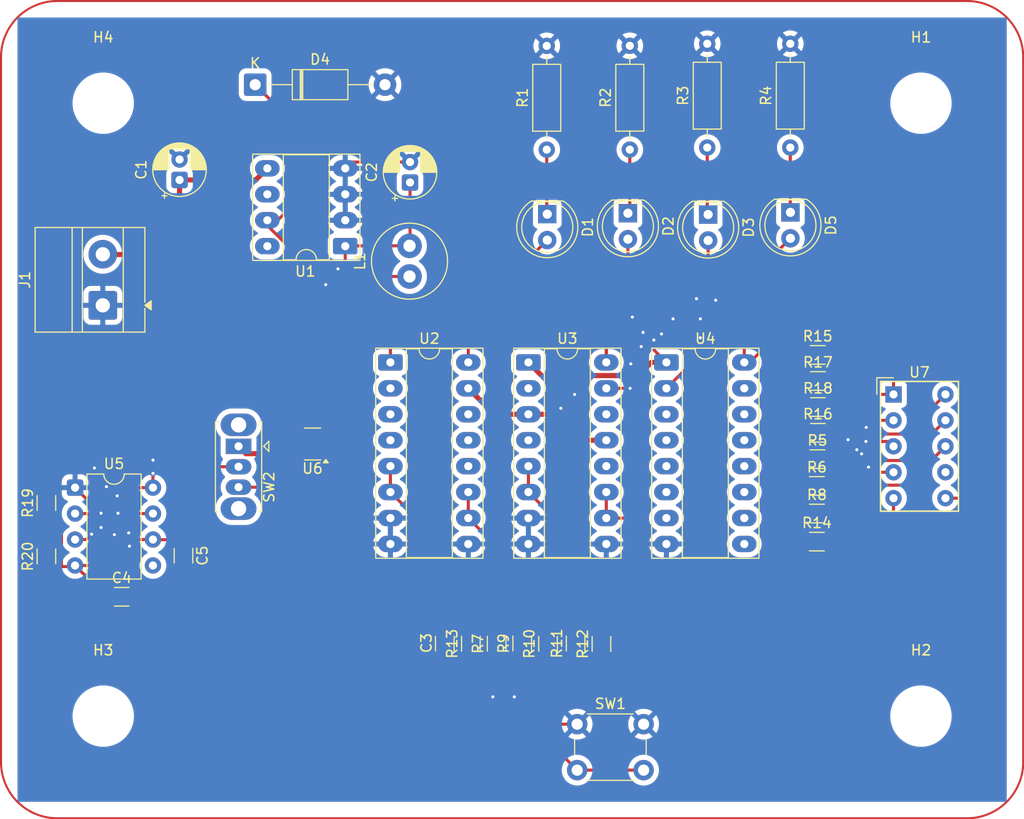
<source format=kicad_pcb>
(kicad_pcb (version 20241229) (generator "pcbnew") (generator_version "9.0")
  (layers (0 "F.Cu" signal) (2 "B.Cu" signal) (13 "F.Paste" user) (15 "B.Paste" user) (5 "F.SilkS" user "F.Silkscreen") (7 "B.SilkS" user "B.Silkscreen") (1 "F.Mask" user) (3 "B.Mask" user) (25 "Edge.Cuts" user))
  (net 0 "")
  (net 1 "Q1")
  (net 2 "Q2")
  (net 3 "Net-(U4-BI)")
  (net 4 "Q3")
  (net 5 "Q0")
  (net 6 "GND")
  (net 7 "Net-(U4-e)")
  (net 8 "Net-(U4-d)")
  (net 9 "Net-(U4-c)")
  (net 10 "Net-(U4-b)")
  (net 11 "Net-(U4-a)")
  (net 12 "Net-(U4-g)")
  (net 13 "Net-(U4-f)")
  (net 14 "+5V")
  (net 15 "Net-(U5-THR)")
  (net 16 "Net-(U7-F)")
  (net 17 "VD")
  (net 19 "Net-(D4-K)")
  (net 21 "Net-(D3-K)")
  (net 22 "Net-(D2-K)")
  (net 23 "Net-(U7-B)")
  (net 24 "Net-(D5-K)")
  (net 25 "Net-(U2A-J)")
  (net 26 "Net-(U7-D)")
  (net 27 "555")
  (net 29 "Net-(U5-DIS)")
  (net 30 "Net-(D1-K)")
  (net 31 "Net-(SW2-C)")
  (net 32 "Net-(U7-G)")
  (net 33 "Net-(U7-A)")
  (net 34 "Net-(R13-Pad1)")
  (net 35 "Net-(U7-E)")
  (net 37 "Net-(U7-C)")
  (net 38 "Net-(U3A-J)")
  (net 39 "Net-(U2B-J)")
  (net 40 "Clock")
  (net 42 "Reset")
  (net 43 "Net-(U3B-J)")
  (footprint "LED_THT:LED_D5.0mm" (layer "F.Cu") (at 169.289087 75.51 -90)
    (property "Reference" "D3")
    (property "Value" "~")
  )
  (footprint "Resistor_SMD:R_1206_3216Metric_Pad1.30x1.75mm_HandSolder" (layer "F.Cu") (at 151.1 117.5 90)
    (property "Reference" "R9")
    (property "Value" "10k")
  )
  (footprint "Package_DIP:DIP-16_W7.62mm_Socket_LongPads" (layer "F.Cu") (at 165.205 89.985)
    (property "Reference" "U4")
    (property "Value" "74LS47")
  )
  (footprint "Capacitor_THT:CP_Radial_D5.0mm_P2.00mm" (layer "F.Cu") (at 140.125 72.375 90)
    (property "Reference" "C2")
    (property "Value" "220u")
  )
  (footprint "Capacitor_SMD:C_1206_3216Metric_Pad1.33x1.80mm_HandSolder" (layer "F.Cu") (at 111.9225 112.93)
    (property "Reference" "C4")
    (property "Value" "100n")
  )
  (footprint "Resistor_SMD:R_1206_3216Metric_Pad1.30x1.75mm_HandSolder" (layer "F.Cu") (at 146.075 117.525 90)
    (property "Reference" "R13")
    (property "Value" "2k")
  )
  (footprint "Resistor_THT:R_Axial_DIN0207_L6.3mm_D2.5mm_P10.16mm_Horizontal" (layer "F.Cu") (at 177.325 68.955 90)
    (property "Reference" "R4")
    (property "Value" "4k7")
  )
  (footprint "Resistor_SMD:R_1206_3216Metric_Pad1.30x1.75mm_HandSolder" (layer "F.Cu") (at 179.929087 104.779087)
    (property "Reference" "R8")
    (property "Value" "2k")
  )
  (footprint "LED_THT:LED_D5.0mm" (layer "F.Cu") (at 177.339087 75.3 -90)
    (property "Reference" "D5")
    (property "Value" "~")
  )
  (footprint "Resistor_THT:R_Axial_DIN0207_L6.3mm_D2.5mm_P10.16mm_Horizontal" (layer "F.Cu") (at 169.2 68.955 90)
    (property "Reference" "R3")
    (property "Value" "4k7")
  )
  (footprint "Resistor_SMD:R_1206_3216Metric_Pad1.30x1.75mm_HandSolder" (layer "F.Cu") (at 179.929087 107.529087)
    (property "Reference" "R14")
    (property "Value" "2k")
  )
  (footprint "Resistor_SMD:R_1206_3216Metric_Pad1.30x1.75mm_HandSolder" (layer "F.Cu") (at 180.029087 94.354087)
    (property "Reference" "R18")
    (property "Value" "2k")
  )
  (footprint "Resistor_SMD:R_1206_3216Metric_Pad1.30x1.75mm_HandSolder" (layer "F.Cu") (at 153.625 117.525 90)
    (property "Reference" "R10")
    (property "Value" "10k")
  )
  (footprint "Resistor_SMD:R_1206_3216Metric_Pad1.30x1.75mm_HandSolder" (layer "F.Cu") (at 180.029087 96.879087)
    (property "Reference" "R16")
    (property "Value" "2k")
  )
  (footprint "Package_DIP:DIP-16_W7.62mm_Socket_LongPads" (layer "F.Cu") (at 138.205 89.985)
    (property "Reference" "U2")
    (property "Value" "4027")
  )
  (footprint "Resistor_SMD:R_1206_3216Metric_Pad1.30x1.75mm_HandSolder" (layer "F.Cu") (at 104.55 108.975 90)
    (property "Reference" "R20")
    (property "Value" "47k")
  )
  (footprint "Button_Switch_THT:SW_Slide_SPDT_Straight_CK_OS102011MS2Q" (layer "F.Cu") (at 123.35 98.2 -90)
    (property "Reference" "SW2")
    (property "Value" "~")
  )
  (footprint "LED_THT:LED_D5.0mm" (layer "F.Cu") (at 153.55 75.475 -90)
    (property "Reference" "D1")
    (property "Value" "~")
  )
  (footprint "Capacitor_THT:CP_Radial_D5.0mm_P2.00mm" (layer "F.Cu") (at 117.575 72.125 90)
    (property "Reference" "C1")
    (property "Value" "22u")
  )
  (footprint "Inductor_THT:L_Radial_D7.2mm_P3.00mm_Murata_1700" (layer "F.Cu") (at 140.075 81.575 90)
    (property "Reference" "L1")
    (property "Value" "330u")
  )
  (footprint "Capacitor_SMD:C_1206_3216Metric_Pad1.33x1.80mm_HandSolder" (layer "F.Cu") (at 117.96 108.905 -90)
    (property "Reference" "C5")
    (property "Value" "10u")
  )
  (footprint "Resistor_SMD:R_1206_3216Metric_Pad1.30x1.75mm_HandSolder" (layer "F.Cu") (at 104.55 103.75 90)
    (property "Reference" "R19")
    (property "Value" "47k")
  )
  (footprint "MountingHole:MountingHole_5.5mm" (layer "F.Cu") (at 190.110913 64.610913)
    (property "Reference" "H1")
    (property "Value" "MountingHole")
  )
  (footprint "Package_DIP:DIP-16_W7.62mm_Socket_LongPads" (layer "F.Cu") (at 151.705 89.985)
    (property "Reference" "U3")
    (property "Value" "4027")
  )
  (footprint "Package_DIP:DIP-8_W7.62mm" (layer "F.Cu") (at 107.355 102.245)
    (property "Reference" "U5")
    (property "Value" "NE555P")
  )
  (footprint "Package_DIP:DIP-8_W7.62mm_Socket_LongPads" (layer "F.Cu") (at 133.785 78.61 180)
    (property "Reference" "U1")
    (property "Value" "LM2574N-5")
  )
  (footprint "Button_Switch_THT:SW_PUSH_6mm_H4.3mm" (layer "F.Cu") (at 156.475 125.4)
    (property "Reference" "SW1")
    (property "Value" "~")
  )
  (footprint "Diode_THT:D_DO-41_SOD81_P12.70mm_Horizontal" (layer "F.Cu") (at 124.975 62.8)
    (property "Reference" "D4")
    (property "Value" "11DQO6")
  )
  (footprint "Resistor_SMD:R_1206_3216Metric_Pad1.30x1.75mm_HandSolder" (layer "F.Cu") (at 148.6 117.525 90)
    (property "Reference" "R7")
    (property "Value" "2k")
  )
  (footprint "Resistor_SMD:R_1206_3216Metric_Pad1.30x1.75mm_HandSolder" (layer "F.Cu") (at 156.325 117.5 90)
    (property "Reference" "R11")
    (property "Value" "10k")
  )
  (footprint "Resistor_THT:R_Axial_DIN0207_L6.3mm_D2.5mm_P10.16mm_Horizontal" (layer "F.Cu") (at 161.625 69.155 90)
    (property "Reference" "R2")
    (property "Value" "4k7")
  )
  (footprint "MountingHole:MountingHole_5.5mm" (layer "F.Cu") (at 110.110913 64.610913)
    (property "Reference" "H4")
    (property "Value" "MountingHole")
  )
  (footprint "Display_7Segment:HDSP-7401" (layer "F.Cu") (at 187.424087 93.119087)
    (property "Reference" "U7")
    (property "Value" "SA39-12EWA")
  )
  (footprint "Capacitor_SMD:C_1206_3216Metric_Pad1.33x1.80mm_HandSolder" (layer "F.Cu") (at 143.525 117.525 90)
    (property "Reference" "C3")
    (property "Value" "1u")
  )
  (footprint "Package_TO_SOT_SMD:SOT-23-6" (layer "F.Cu") (at 130.585 97.975 180)
    (property "Reference" "U6")
    (property "Value" "SN74LVC1G11")
  )
  (footprint "MountingHole:MountingHole_5.5mm" (layer "F.Cu") (at 110.110913 124.610913)
    (property "Reference" "H3")
    (property "Value" "MountingHole")
  )
  (footprint "Resistor_THT:R_Axial_DIN0207_L6.3mm_D2.5mm_P10.16mm_Horizontal" (layer "F.Cu") (at 153.5 69.16 90)
    (property "Reference" "R1")
    (property "Value" "4k7")
  )
  (footprint "Resistor_SMD:R_1206_3216Metric_Pad1.30x1.75mm_HandSolder" (layer "F.Cu") (at 158.85 117.55 90)
    (property "Reference" "R12")
    (property "Value" "10k")
  )
  (footprint "TerminalBlock_MetzConnect:TerminalBlock_MetzConnect_Type011_RT05502HBLC_1x02_P5.00mm_Horizontal" (layer "F.Cu") (at 110.0675 84.4 90)
    (property "Reference" "J1")
    (property "Value" "~")
  )
  (footprint "MountingHole:MountingHole_5.5mm" (layer "F.Cu") (at 190.110913 124.610913)
    (property "Reference" "H2")
    (property "Value" "MountingHole")
  )
  (footprint "Resistor_SMD:R_1206_3216Metric_Pad1.30x1.75mm_HandSolder" (layer "F.Cu") (at 179.929087 102.079087)
    (property "Reference" "R6")
    (property "Value" "2k")
  )
  (footprint "LED_THT:LED_D5.0mm" (layer "F.Cu") (at 161.439087 75.385 -90)
    (property "Reference" "D2")
    (property "Value" "~")
  )
  (footprint "Resistor_SMD:R_1206_3216Metric_Pad1.30x1.75mm_HandSolder" (layer "F.Cu") (at 180.029087 91.804087)
    (property "Reference" "R17")
    (property "Value" "2k")
  )
  (footprint "Resistor_SMD:R_1206_3216Metric_Pad1.30x1.75mm_HandSolder" (layer "F.Cu") (at 180.004087 89.254087)
    (property "Reference" "R15")
    (property "Value" "R")
  )
  (footprint "Resistor_SMD:R_1206_3216Metric_Pad1.30x1.75mm_HandSolder" (layer "F.Cu") (at 179.979087 99.454087)
    (property "Reference" "R5")
    (property "Value" "2k")
  )
  (gr_line (start 200.110913 60.110913) (end 200.110913 129.110913) (stroke (width 0.2)) (layer "F.Cu"))
  (gr_line (start 100.110913 129.110913) (end 100.110913 60.110913) (stroke (width 0.2)) (layer "F.Cu"))
  (gr_arc (start 200.110913 129.110913) (mid 198.5 133) (end 194.610913 134.610913) (stroke (width 0.2)) (layer "F.Cu"))
  (gr_line (start 105.610913 54.610913) (end 194.610913 54.610913) (stroke (width 0.2)) (layer "F.Cu"))
  (gr_arc (start 100.110913 60.110913) (mid 101.721826 56.221826) (end 105.610913 54.610913) (stroke (width 0.2)) (layer "F.Cu"))
  (gr_arc (start 194.610913 54.610913) (mid 198.5 56.221826) (end 200.110913 60.110913) (stroke (width 0.2)) (layer "F.Cu"))
  (gr_line (start 194.610913 134.610913) (end 105.610913 134.610913) (stroke (width 0.2)) (layer "F.Cu"))
  (gr_arc (start 105.610913 134.610913) (mid 101.721826 133) (end 100.110913 129.110913) (stroke (width 0.2)) (layer "F.Cu"))
  (segment (start 161.439087 85.114087) (end 161.875 85.55) (width 0.3) (layer "F.Cu") (net 1))
  (segment (start 156.225 92.675) (end 157.625 91.275) (width 0.5) (layer "F.Cu") (net 1))
  (segment (start 162.925 87.705) (end 165.205 89.985) (width 0.3) (layer "F.Cu") (net 1))
  (segment (start 151.705 95.065) (end 154.285 95.065) (width 0.5) (layer "F.Cu") (net 1))
  (segment (start 162.925 87.05) (end 162.925 87.705) (width 0.3) (layer "F.Cu") (net 1))
  (segment (start 156.225 93.125) (end 156.225 92.675) (width 0.5) (layer "F.Cu") (net 1))
  (segment (start 162.25 91.275) (end 162.35 91.375) (width 0.5) (layer "F.Cu") (net 1))
  (segment (start 162.35 91.375) (end 163.74 89.985) (width 0.5) (layer "F.Cu") (net 1))
  (segment (start 149.85 95.05) (end 149.865 95.065) (width 0.5) (layer "F.Cu") (net 1))
  (segment (start 149.865 95.065) (end 151.705 95.065) (width 0.5) (layer "F.Cu") (net 1))
  (segment (start 161.439087 77.925) (end 161.439087 85.114087) (width 0.3) (layer "F.Cu") (net 1))
  (segment (start 163.74 89.985) (end 165.205 89.985) (width 0.5) (layer "F.Cu") (net 1))
  (segment (start 154.285 95.065) (end 154.875 94.475) (width 0.5) (layer "F.Cu") (net 1))
  (segment (start 145.825 92.525) (end 148.35 95.05) (width 0.5) (layer "F.Cu") (net 1))
  (segment (start 148.35 95.05) (end 149.85 95.05) (width 0.5) (layer "F.Cu") (net 1))
  (segment (start 157.625 91.275) (end 162.25 91.275) (width 0.5) (layer "F.Cu") (net 1))
  (via (at 161.875 85.55) (size 0.6) (drill 0.3) (layers "F.Cu" "B.Cu") (net 1))
  (via (at 156.225 93.125) (size 0.6) (drill 0.3) (layers "F.Cu" "B.Cu") (net 1))
  (via (at 162.925 87.05) (size 0.6) (drill 0.3) (layers "F.Cu" "B.Cu") (net 1))
  (via (at 154.875 94.475) (size 0.6) (drill 0.3) (layers "F.Cu" "B.Cu") (net 1))
  (segment (start 154.875 94.475) (end 156.225 93.125) (width 0.5) (layer "B.Cu") (net 1))
  (segment (start 161.875 85.55) (end 161.875 86) (width 0.3) (layer "B.Cu") (net 1))
  (segment (start 161.875 86) (end 162.925 87.05) (width 0.3) (layer "B.Cu") (net 1))
  (segment (start 156.55 97.65) (end 156.85 97.65) (width 0.5) (layer "F.Cu") (net 2))
  (segment (start 168.525 87.575) (end 168.525 89.205) (width 0.3) (layer "F.Cu") (net 2))
  (segment (start 169.289087 78.05) (end 169.289087 84.960913) (width 0.3) (layer "F.Cu") (net 2))
  (segment (start 156.895 97.605) (end 159.325 97.605) (width 0.5) (layer "F.Cu") (net 2))
  (segment (start 168.525 89.205) (end 165.205 92.525) (width 0.3) (layer "F.Cu") (net 2))
  (segment (start 151.705 89.985) (end 156.55 94.83) (width 0.5) (layer "F.Cu") (net 2))
  (segment (start 156.85 97.65) (end 156.895 97.605) (width 0.5) (layer "F.Cu") (net 2))
  (segment (start 156.55 94.83) (end 156.55 97.65) (width 0.5) (layer "F.Cu") (net 2))
  (segment (start 169.289087 84.960913) (end 168.525 85.725) (width 0.3) (layer "F.Cu") (net 2))
  (via (at 168.525 87.575) (size 0.6) (drill 0.3) (layers "F.Cu" "B.Cu") (net 2))
  (via (at 168.525 85.725) (size 0.6) (drill 0.3) (layers "F.Cu" "B.Cu") (net 2))
  (segment (start 168.525 85.725) (end 168.525 87.575) (width 0.3) (layer "B.Cu") (net 2))
  (segment (start 162.73788 89.11212) (end 161.725 90.125) (width 0.3) (layer "F.Cu") (net 4))
  (segment (start 164.575 87.2) (end 163.975 87.8) (width 0.3) (layer "F.Cu") (net 4))
  (segment (start 167.825 83.75) (end 165.85 85.725) (width 0.3) (layer "F.Cu") (net 4))
  (segment (start 162.73788 88.43712) (end 162.73788 89.11212) (width 0.3) (layer "F.Cu") (net 4))
  (segment (start 168.15 83.75) (end 167.825 83.75) (width 0.3) (layer "F.Cu") (net 4))
  (segment (start 161.65 92.525) (end 159.325 92.525) (width 0.3) (layer "F.Cu") (net 4))
  (segment (start 171.279087 83.9) (end 170.025 83.9) (width 0.3) (layer "F.Cu") (net 4))
  (segment (start 164.725 87.2) (end 164.575 87.2) (width 0.3) (layer "F.Cu") (net 4))
  (segment (start 177.339087 77.84) (end 171.279087 83.9) (width 0.3) (layer "F.Cu") (net 4))
  (via (at 165.85 85.725) (size 0.6) (drill 0.3) (layers "F.Cu" "B.Cu") (net 4))
  (via (at 168.15 83.75) (size 0.6) (drill 0.3) (layers "F.Cu" "B.Cu") (net 4))
  (via (at 161.725 90.125) (size 0.6) (drill 0.3) (layers "F.Cu" "B.Cu") (net 4))
  (via (at 161.65 92.525) (size 0.6) (drill 0.3) (layers "F.Cu" "B.Cu") (net 4))
  (via (at 162.73788 88.43712) (size 0.6) (drill 0.3) (layers "F.Cu" "B.Cu") (net 4))
  (via (at 170.025 83.9) (size 0.6) (drill 0.3) (layers "F.Cu" "B.Cu") (net 4))
  (via (at 163.975 87.8) (size 0.6) (drill 0.3) (layers "F.Cu" "B.Cu") (net 4))
  (via (at 164.725 87.2) (size 0.6) (drill 0.3) (layers "F.Cu" "B.Cu") (net 4))
  (segment (start 161.725 90.125) (end 161.725 92.45) (width 0.3) (layer "B.Cu") (net 4))
  (segment (start 165.85 85.725) (end 165.85 86.075) (width 0.3) (layer "B.Cu") (net 4))
  (segment (start 168.3 83.9) (end 168.15 83.75) (width 0.3) (layer "B.Cu") (net 4))
  (segment (start 163.975 87.8) (end 163.375 87.8) (width 0.3) (layer "B.Cu") (net 4))
  (segment (start 161.725 92.45) (end 161.65 92.525) (width 0.3) (layer "B.Cu") (net 4))
  (segment (start 163.375 87.8) (end 162.73788 88.43712) (width 0.3) (layer "B.Cu") (net 4))
  (segment (start 165.85 86.075) (end 164.725 87.2) (width 0.3) (layer "B.Cu") (net 4))
  (segment (start 170.025 83.9) (end 168.3 83.9) (width 0.3) (layer "B.Cu") (net 4))
  (segment (start 145.415 86.15) (end 140.025 86.15) (width 0.3) (layer "F.Cu") (net 5))
  (segment (start 140.025 86.15) (end 138.205 87.97) (width 0.3) (layer "F.Cu") (net 5))
  (segment (start 153.55 78.015) (end 145.415 86.15) (width 0.3) (layer "F.Cu") (net 5))
  (segment (start 138.205 87.97) (end 138.205 89.985) (width 0.3) (layer "F.Cu") (net 5))
  (segment (start 116.63 112.93) (end 113.485 112.93) (width 0.3) (layer "F.Cu") (net 6))
  (segment (start 117.96 111.84) (end 116.75 113.05) (width 0.3) (layer "F.Cu") (net 6))
  (segment (start 156.475 125.4) (end 154.5 125.4) (width 0.3) (layer "F.Cu") (net 6))
  (segment (start 134.4 70.375) (end 133.785 70.99) (width 0.3) (layer "F.Cu") (net 6))
  (segment (start 117.96 110.4675) (end 117.96 111.84) (width 0.3) (layer "F.Cu") (net 6))
  (segment (start 116.75 113.05) (end 116.63 112.93) (width 0.3) (layer "F.Cu") (net 6))
  (segment (start 147.1625 122.725) (end 143.525 119.0875) (width 0.3) (layer "F.Cu") (net 6))
  (segment (start 140.125 70.375) (end 134.4 70.375) (width 0.3) (layer "F.Cu") (net 6))
  (segment (start 151.825 122.725) (end 150.325 122.725) (width 0.3) (layer "F.Cu") (net 6))
  (segment (start 107.355 102.245) (end 109.86 104.75) (width 0.3) (layer "F.Cu") (net 6))
  (segment (start 148.225 122.725) (end 147.1625 122.725) (width 0.3) (layer "F.Cu") (net 6))
  (segment (start 133.785 73.53) (end 133.785 70.99) (width 0.3) (layer "F.Cu") (net 6))
  (segment (start 112.675 107.975) (end 113.485 108.785) (width 0.3) (layer "F.Cu") (net 6))
  (segment (start 111.55 104.75) (end 111.55 105.625) (width 0.3) (layer "F.Cu") (net 6))
  (segment (start 113.485 108.785) (end 113.485 112.93) (width 0.3) (layer "F.Cu") (net 6))
  (segment (start 133.785 76.07) (end 133.785 73.53) (width 0.3) (layer "F.Cu") (net 6))
  (segment (start 111.55 105.625) (end 112.6 106.675) (width 0.3) (layer "F.Cu") (net 6))
  (segment (start 153.505 58.995) (end 153.5 59) (width 0.3) (layer "F.Cu") (net 6))
  (segment (start 109.86 104.75) (end 109.9 104.75) (width 0.3) (layer "F.Cu") (net 6))
  (segment (start 161.825 58.795) (end 161.625 58.995) (width 0.3) (layer "F.Cu") (net 6))
  (segment (start 154.5 125.4) (end 151.825 122.725) (width 0.3) (layer "F.Cu") (net 6))
  (via (at 111.55 104.75) (size 0.6) (drill 0.3) (layers "F.Cu" "B.Cu") (net 6))
  (via (at 112.675 107.975) (size 0.6) (drill 0.3) (layers "F.Cu" "B.Cu") (net 6))
  (via (at 148.225 122.725) (size 0.6) (drill 0.3) (layers "F.Cu" "B.Cu") (net 6))
  (via (at 109.9 104.75) (size 0.6) (drill 0.3) (layers "F.Cu" "B.Cu") (net 6))
  (via (at 112.6 106.675) (size 0.6) (drill 0.3) (layers "F.Cu" "B.Cu") (net 6))
  (via (at 150.325 122.725) (size 0.6) (drill 0.3) (layers "F.Cu" "B.Cu") (net 6))
  (segment (start 150.325 122.725) (end 148.225 122.725) (width 0.3) (layer "B.Cu") (net 6))
  (segment (start 112.6 106.675) (end 112.6 107.9) (width 0.3) (layer "B.Cu") (net 6))
  (segment (start 112.6 107.9) (end 112.675 107.975) (width 0.3) (layer "B.Cu") (net 6))
  (segment (start 109.9 104.75) (end 111.55 104.75) (width 0.3) (layer "B.Cu") (net 6))
  (segment (start 177.8 85.55) (end 180.05 85.55) (width 0.3) (layer "F.Cu") (net 14))
  (segment (start 171.075 86.375) (end 172.825 88.125) (width 0.3) (layer "F.Cu") (net 14))
  (segment (start 128.785001 97.975) (end 129.4475 97.975) (width 0.3) (layer "F.Cu") (net 14))
  (segment (start 140.125 78.525) (end 140.075 78.575) (width 0.3) (layer "F.Cu") (net 14))
  (segment (start 181.554087 87.054087) (end 181.554087 89.254087) (width 0.3) (layer "F.Cu") (net 14))
  (segment (start 196.8 89.875) (end 195.225 88.3) (width 0.3) (layer "F.Cu") (net 14))
  (segment (start 102.72 112.93) (end 110.36 112.93) (width 0.3) (layer "F.Cu") (net 14))
  (segment (start 110.575 109.35) (end 110.55 109.325) (width 0.3) (layer "F.Cu") (net 14))
  (segment (start 107.245 109.975) (end 107.355 109.865) (width 0.3) (layer "F.Cu") (net 14))
  (segment (start 126.375 87.875) (end 126.375 93.725) (width 0.3) (layer "F.Cu") (net 14))
  (segment (start 195.225 88.3) (end 188.95 88.3) (width 0.3) (layer "F.Cu") (net 14))
  (segment (start 180.05 85.55) (end 181.554087 87.054087) (width 0.3) (layer "F.Cu") (net 14))
  (segment (start 110.36 112.93) (end 110.36 112.87) (width 0.3) (layer "F.Cu") (net 14))
  (segment (start 161.575 86.375) (end 171.075 86.375) (width 0.3) (layer "F.Cu") (net 14))
  (segment (start 187.424087 89.375913) (end 187.424087 93.119087) (width 0.3) (layer "F.Cu") (net 14))
  (segment (start 196.8 101.775) (end 196.8 89.875) (width 0.3) (layer "F.Cu") (net 14))
  (segment (start 126.375 95.564999) (end 128.785001 97.975) (width 0.3) (layer "F.Cu") (net 14))
  (segment (start 106.025 106.775) (end 106.025 109.975) (width 0.3) (layer "F.Cu") (net 14))
  (segment (start 159.325 88.25) (end 159.325 89.985) (width 0.3) (layer "F.Cu") (net 14))
  (segment (start 102.625 107.225) (end 102.625 113.025) (width 0.3) (layer "F.Cu") (net 14))
  (segment (start 188.95 88.3) (end 188.725 88.075) (width 0.3) (layer "F.Cu") (net 14))
  (segment (start 111.28 102.245) (end 114.975 102.245) (width 0.3) (layer "F.Cu") (net 14))
  (segment (start 140.125 72.375) (end 140.125 78.525) (width 0.3) (layer "F.Cu") (net 14))
  (segment (start 104.55 105.3) (end 102.625 107.225) (width 0.3) (layer "F.Cu") (net 14))
  (segment (start 133.785 80.115) (end 133.075 80.825) (width 0.3) (layer "F.Cu") (net 14))
  (segment (start 120.8 93.725) (end 126.375 93.725) (width 0.3) (layer "F.Cu") (net 14))
  (segment (start 185.419087 93.119087) (end 181.554087 89.254087) (width 0.3) (layer "F.Cu") (net 14))
  (segment (start 145.825 89.985) (end 145.825 88.5) (width 0.3) (layer "F.Cu") (net 14))
  (segment (start 102.625 113.025) (end 102.72 112.93) (width 0.3) (layer "F.Cu") (net 14))
  (segment (start 131.875 82.375) (end 126.375 87.875) (width 0.3) (layer "F.Cu") (net 14))
  (segment (start 145.825 88.5) (end 148.1 86.225) (width 0.3) (layer "F.Cu") (net 14))
  (segment (start 104.55 105.3) (end 106.025 106.775) (width 0.3) (layer "F.Cu") (net 14))
  (segment (start 133.82 78.575) (end 133.785 78.61) (width 0.3) (layer "F.Cu") (net 14))
  (segment (start 195.295913 103.279087) (end 196.8 101.775) (width 0.3) (layer "F.Cu") (net 14))
  (segment (start 110.55 102.975) (end 111.28 102.245) (width 0.3) (layer "F.Cu") (net 14))
  (segment (start 148.1 86.225) (end 157.3 86.225) (width 0.3) (layer "F.Cu") (net 14))
  (segment (start 133.785 78.61) (end 133.785 80.115) (width 0.3) (layer "F.Cu") (net 14))
  (segment (start 173.365 89.985) (end 177.8 85.55) (width 0.3) (layer "F.Cu") (net 14))
  (segment (start 110.55 109.325) (end 110.55 102.975) (width 0.3) (layer "F.Cu") (net 14))
  (segment (start 140.075 78.575) (end 133.82 78.575) (width 0.3) (layer "F.Cu") (net 14))
  (segment (start 107.355 109.865) (end 110.06 109.865) (width 0.3) (layer "F.Cu") (net 14))
  (segment (start 172.825 88.125) (end 172.825 89.985) (width 0.3) (layer "F.Cu") (net 14))
  (segment (start 159.325 89.985) (end 159.325 88.625) (width 0.3) (layer "F.Cu") (net 14))
  (segment (start 126.375 93.725) (end 126.375 95.564999) (width 0.3) (layer "F.Cu") (net 14))
  (segment (start 188.725 88.075) (end 187.424087 89.375913) (width 0.3) (layer "F.Cu") (net 14))
  (segment (start 159.325 88.625) (end 161.575 86.375) (width 0.3) (layer "F.Cu") (net 14))
  (segment (start 187.424087 93.119087) (end 185.419087 93.119087) (width 0.3) (layer "F.Cu") (net 14))
  (segment (start 106.025 109.975) (end 107.245 109.975) (width 0.3) (layer "F.Cu") (net 14))
  (segment (start 110.36 112.87) (end 107.355 109.865) (width 0.3) (layer "F.Cu") (net 14))
  (segment (start 192.504087 103.279087) (end 195.295913 103.279087) (width 0.3) (layer "F.Cu") (net 14))
  (segment (start 114.975 99.55) (end 120.8 93.725) (width 0.3) (layer "F.Cu") (net 14))
  (segment (start 114.975 102.245) (end 114.975 100.85) (width 0.3) (layer "F.Cu") (net 14))
  (segment (start 110.06 109.865) (end 110.575 109.35) (width 0.3) (layer "F.Cu") (net 14))
  (segment (start 157.3 86.225) (end 159.325 88.25) (width 0.3) (layer "F.Cu") (net 14))
  (segment (start 172.825 89.985) (end 173.365 89.985) (width 0.3) (layer "F.Cu") (net 14))
  (via (at 114.975 99.55) (size 0.6) (drill 0.3) (layers "F.Cu" "B.Cu") (net 14))
  (via (at 114.975 100.85) (size 0.6) (drill 0.3) (layers "F.Cu" "B.Cu") (net 14))
  (via (at 131.875 82.375) (size 0.6) (drill 0.3) (layers "F.Cu" "B.Cu") (net 14))
  (via (at 133.075 80.825) (size 0.6) (drill 0.3) (layers "F.Cu" "B.Cu") (net 14))
  (segment (start 133.075 81.175) (end 131.875 82.375) (width 0.3) (layer "B.Cu") (net 14))
  (segment (start 114.975 100.85) (end 114.975 99.55) (width 0.3) (layer "B.Cu") (net 14))
  (segment (start 133.075 80.825) (end 133.075 81.175) (width 0.3) (layer "B.Cu") (net 14))
  (segment (start 109.9 106.15) (end 108.535 104.785) (width 0.3) (layer "F.Cu") (net 15))
  (segment (start 114.975 107.325) (end 111.675 107.325) (width 0.3) (layer "F.Cu") (net 15))
  (segment (start 111.675 107.325) (end 111.2 106.85) (width 0.3) (layer "F.Cu") (net 15))
  (segment (start 114.9925 107.3425) (end 114.975 107.325) (width 0.3) (layer "F.Cu") (net 15))
  (segment (start 108.535 104.785) (end 107.355 104.785) (width 0.3) (layer "F.Cu") (net 15))
  (segment (start 117.96 107.3425) (end 114.9925 107.3425) (width 0.3) (layer "F.Cu") (net 15))
  (via (at 109.9 106.15) (size 0.6) (drill 0.3) (layers "F.Cu" "B.Cu") (net 15))
  (via (at 111.2 106.85) (size 0.6) (drill 0.3) (layers "F.Cu" "B.Cu") (net 15))
  (segment (start 111.2 106.85) (end 110.6 106.85) (width 0.3) (layer "B.Cu") (net 15))
  (segment (start 110.6 106.85) (end 109.9 106.15) (width 0.3) (layer "B.Cu") (net 15))
  (segment (start 185.434087 95.659087) (end 187.424087 95.659087) (width 0.3) (layer "F.Cu") (net 16))
  (segment (start 181.579087 91.804087) (end 185.434087 95.659087) (width 0.3) (layer "F.Cu") (net 16))
  (segment (start 117.575 72.125) (end 125.03 72.125) (width 0.5) (layer "F.Cu") (net 17))
  (segment (start 110.0675 79.4) (end 110.075 79.4) (width 0.5) (layer "F.Cu") (net 17))
  (segment (start 115.25 79.425) (end 117.575 77.1) (width 0.5) (layer "F.Cu") (net 17))
  (segment (start 117.575 77.1) (end 117.575 72.125) (width 0.5) (layer "F.Cu") (net 17))
  (segment (start 110.1 79.425) (end 115.25 79.425) (width 0.5) (layer "F.Cu") (net 17))
  (segment (start 125.03 72.125) (end 126.165 70.99) (width 0.5) (layer "F.Cu") (net 17))
  (segment (start 110.075 79.4) (end 110.1 79.425) (width 0.5) (layer "F.Cu") (net 17))
  (segment (start 129.825 73.425) (end 127.18 76.07) (width 0.3) (layer "F.Cu") (net 19))
  (segment (start 127.18 76.07) (end 126.165 76.07) (width 0.3) (layer "F.Cu") (net 19))
  (segment (start 129.825 67.65) (end 129.825 73.425) (width 0.3) (layer "F.Cu") (net 19))
  (segment (start 126.165 76.58224) (end 126.165 76.07) (width 0.3) (layer "F.Cu") (net 19))
  (segment (start 131.15776 81.575) (end 126.165 76.58224) (width 0.3) (layer "F.Cu") (net 19))
  (segment (start 124.975 62.8) (end 129.825 67.65) (width 0.3) (layer "F.Cu") (net 19))
  (segment (start 140.075 81.575) (end 131.15776 81.575) (width 0.3) (layer "F.Cu") (net 19))
  (segment (start 169.2 75.420913) (end 169.289087 75.51) (width 0.3) (layer "F.Cu") (net 21))
  (segment (start 169.2 68.955) (end 169.2 75.420913) (width 0.3) (layer "F.Cu") (net 21))
  (segment (start 161.625 75.199087) (end 161.439087 75.385) (width 0.3) (layer "F.Cu") (net 22))
  (segment (start 161.625 69.155) (end 161.625 75.199087) (width 0.3) (layer "F.Cu") (net 22))
  (segment (start 189.475 98.688174) (end 192.504087 95.659087) (width 0.3) (layer "F.Cu") (net 23))
  (segment (start 189.313087 99.588087) (end 189.325 99.6) (width 0.3) (layer "F.Cu") (net 23))
  (segment (start 183.325 100.233174) (end 183.325 99.6) (width 0.3) (layer "F.Cu") (net 23))
  (segment (start 189.325 99.6) (end 189.475 99.45) (width 0.3) (layer "F.Cu") (net 23))
  (segment (start 183.336913 99.588087) (end 189.313087 99.588087) (width 0.3) (layer "F.Cu") (net 23))
  (segment (start 189.475 99.45) (end 189.475 98.688174) (width 0.3) (layer "F.Cu") (net 23))
  (segment (start 183.325 99.6) (end 183.336913 99.588087) (width 0.3) (layer "F.Cu") (net 23))
  (segment (start 181.479087 102.079087) (end 183.325 100.233174) (width 0.3) (layer "F.Cu") (net 23))
  (segment (start 177.325 75.285913) (end 177.339087 75.3) (width 0.3) (layer "F.Cu") (net 24))
  (segment (start 177.325 68.955) (end 177.325 75.285913) (width 0.3) (layer "F.Cu") (net 24))
  (segment (start 138.205 102.685) (end 138.205 100.145) (width 0.3) (layer "F.Cu") (net 25))
  (segment (start 151.1 115.95) (end 145.25 110.1) (width 0.3) (layer "F.Cu") (net 25))
  (segment (start 141.05 105.53) (end 138.205 102.685) (width 0.3) (layer "F.Cu") (net 25))
  (segment (start 145.25 110.1) (end 141.05 110.1) (width 0.3) (layer "F.Cu") (net 25))
  (segment (start 141.05 110.1) (end 141.05 105.53) (width 0.3) (layer "F.Cu") (net 25))
  (segment (start 187.424087 104.475913) (end 184.370913 107.529087) (width 0.3) (layer "F.Cu") (net 26))
  (segment (start 187.424087 103.279087) (end 187.424087 104.475913) (width 0.3) (layer "F.Cu") (net 26))
  (segment (start 184.370913 107.529087) (end 181.479087 107.529087) (width 0.3) (layer "F.Cu") (net 26))
  (segment (start 109.375 100.2) (end 123.35 100.2) (width 0.3) (layer "F.Cu") (net 27))
  (segment (start 109.25 100.325) (end 109.375 100.2) (width 0.3) (layer "F.Cu") (net 27))
  (segment (start 107.355 107.325) (end 108.45 107.325) (width 0.3) (layer "F.Cu") (net 27))
  (segment (start 108.45 107.325) (end 108.975 106.8) (width 0.3) (layer "F.Cu") (net 27))
  (via (at 108.975 106.8) (size 0.6) (drill 0.3) (layers "F.Cu" "B.Cu") (net 27))
  (via (at 109.25 100.325) (size 0.6) (drill 0.3) (layers "F.Cu" "B.Cu") (net 27))
  (segment (start 108.975 106.8) (end 108.975 100.6) (width 0.3) (layer "B.Cu") (net 27))
  (segment (start 108.975 100.6) (end 109.25 100.325) (width 0.3) (layer "B.Cu") (net 27))
  (segment (start 104.55 100.35) (end 105.625 99.275) (width 0.3) (layer "F.Cu") (net 29))
  (segment (start 105.625 99.275) (end 106.95 99.275) (width 0.3) (layer "F.Cu") (net 29))
  (segment (start 109.825 102.15) (end 110.425 102.15) (width 0.3) (layer "F.Cu") (net 29))
  (segment (start 113.21 104.785) (end 114.975 104.785) (width 0.3) (layer "F.Cu") (net 29))
  (segment (start 104.55 102.2) (end 104.55 100.35) (width 0.3) (layer "F.Cu") (net 29))
  (segment (start 106.95 99.275) (end 109.825 102.15) (width 0.3) (layer "F.Cu") (net 29))
  (segment (start 111.475 103.05) (end 113.21 104.785) (width 0.3) (layer "F.Cu") (net 29))
  (via (at 111.475 103.05) (size 0.6) (drill 0.3) (layers "F.Cu" "B.Cu") (net 29))
  (via (at 110.425 102.15) (size 0.6) (drill 0.3) (layers "F.Cu" "B.Cu") (net 29))
  (segment (start 110.575 102.15) (end 111.475 103.05) (width 0.3) (layer "B.Cu") (net 29))
  (segment (start 110.425 102.15) (end 110.575 102.15) (width 0.3) (layer "B.Cu") (net 29))
  (segment (start 153.5 69.16) (end 153.5 75.425) (width 0.3) (layer "F.Cu") (net 30))
  (segment (start 153.5 75.425) (end 153.55 75.475) (width 0.3) (layer "F.Cu") (net 30))
  (segment (start 127.35 102.2) (end 123.35 102.2) (width 0.3) (layer "F.Cu") (net 31))
  (segment (start 143.525 115.9625) (end 141.1125 115.9625) (width 0.3) (layer "F.Cu") (net 31))
  (segment (start 141.1125 115.9625) (end 127.35 102.2) (width 0.3) (layer "F.Cu") (net 31))
  (segment (start 143.525 115.9625) (end 146.0625 115.9625) (width 0.3) (layer "F.Cu") (net 31))
  (segment (start 146.0625 115.9625) (end 146.075 115.975) (width 0.3) (layer "F.Cu") (net 31))
  (segment (start 181.579087 94.354087) (end 182.755692 94.354087) (width 0.3) (layer "F.Cu") (net 32))
  (segment (start 184.725 97.725) (end 186.95 97.725) (width 0.3) (layer "F.Cu") (net 32))
  (segment (start 186.95 97.725) (end 187.424087 98.199087) (width 0.3) (layer "F.Cu") (net 32))
  (segment (start 182.755692 94.354087) (end 184.751605 96.35) (width 0.3) (layer "F.Cu") (net 32))
  (via (at 184.751605 96.35) (size 0.6) (drill 0.3) (layers "F.Cu" "B.Cu") (net 32))
  (via (at 184.725 97.725) (size 0.6) (drill 0.3) (layers "F.Cu" "B.Cu") (net 32))
  (segment (start 184.751605 97.698395) (end 184.725 97.725) (width 0.3) (layer "B.Cu") (net 32))
  (segment (start 184.751605 96.35) (end 184.751605 97.698395) (width 0.3) (layer "B.Cu") (net 32))
  (segment (start 189.25 96.775) (end 189.25 96.373174) (width 0.3) (layer "F.Cu") (net 33))
  (segment (start 184.45 97) (end 189.025 97) (width 0.3) (layer "F.Cu") (net 33))
  (segment (start 181.529087 99.454087) (end 181.995913 99.454087) (width 0.3) (layer "F.Cu") (net 33))
  (segment (start 189.025 97) (end 189.25 96.775) (width 0.3) (layer "F.Cu") (net 33))
  (segment (start 181.995913 99.454087) (end 184.45 97) (width 0.3) (layer "F.Cu") (net 33))
  (segment (start 189.25 96.373174) (end 192.504087 93.119087) (width 0.3) (layer "F.Cu") (net 33))
  (segment (start 146.075 119.5) (end 146.075 119.075) (width 0.3) (layer "F.Cu") (net 34))
  (segment (start 156.475 129.9) (end 146.075 119.5) (width 0.3) (layer "F.Cu") (net 34))
  (segment (start 156.475 129.9) (end 162.975 129.9) (width 0.3) (layer "F.Cu") (net 34))
  (segment (start 182.25288 97.55288) (end 181.579087 96.879087) (width 0.3) (layer "F.Cu") (net 35))
  (segment (start 184.3 98.938087) (end 184.238087 98.938087) (width 0.3) (layer "F.Cu") (net 35))
  (segment (start 182.97788 97.55288) (end 182.25288 97.55288) (width 0.3) (layer "F.Cu") (net 35))
  (segment (start 187.424087 100.739087) (end 185.476 100.739087) (width 0.3) (layer "F.Cu") (net 35))
  (segment (start 185.476 100.739087) (end 184.975 100.238087) (width 0.3) (layer "F.Cu") (net 35))
  (segment (start 184.238087 98.938087) (end 183.83462 98.53462) (width 0.3) (layer "F.Cu") (net 35))
  (via (at 184.3 98.938087) (size 0.6) (drill 0.3) (layers "F.Cu" "B.Cu") (net 35))
  (via (at 183.83462 98.53462) (size 0.6) (drill 0.3) (layers "F.Cu" "B.Cu") (net 35))
  (via (at 182.97788 97.55288) (size 0.6) (drill 0.3) (layers "F.Cu" "B.Cu") (net 35))
  (via (at 184.975 100.238087) (size 0.6) (drill 0.3) (layers "F.Cu" "B.Cu") (net 35))
  (segment (start 183.83462 98.40962) (end 182.97788 97.55288) (width 0.3) (layer "B.Cu") (net 35))
  (segment (start 183.83462 98.53462) (end 183.83462 98.40962) (width 0.3) (layer "B.Cu") (net 35))
  (segment (start 184.975 100.238087) (end 184.975 99.613087) (width 0.3) (layer "B.Cu") (net 35))
  (segment (start 184.975 99.613087) (end 184.3 98.938087) (width 0.3) (layer "B.Cu") (net 35))
  (segment (start 185.425 102) (end 189.175 102) (width 0.3) (layer "F.Cu") (net 37))
  (segment (start 182.645913 104.779087) (end 185.425 102) (width 0.3) (layer "F.Cu") (net 37))
  (segment (start 189.175 102) (end 189.175 101.528174) (width 0.3) (layer "F.Cu") (net 37))
  (segment (start 189.175 101.528174) (end 192.504087 98.199087) (width 0.3) (layer "F.Cu") (net 37))
  (segment (start 181.479087 104.779087) (end 182.645913 104.779087) (width 0.3) (layer "F.Cu") (net 37))
  (segment (start 156.325 107.305) (end 151.705 102.685) (width 0.3) (layer "F.Cu") (net 38))
  (segment (start 156.325 115.95) (end 156.325 107.305) (width 0.3) (layer "F.Cu") (net 38))
  (segment (start 151.705 102.685) (end 151.705 100.145) (width 0.3) (layer "F.Cu") (net 38))
  (segment (start 148.825 108.225) (end 145.825 105.225) (width 0.3) (layer "F.Cu") (net 39))
  (segment (start 148.825 109.75) (end 148.825 108.225) (width 0.3) (layer "F.Cu") (net 39))
  (segment (start 153.625 115.975) (end 153.625 114.55) (width 0.3) (layer "F.Cu") (net 39))
  (segment (start 145.825 105.225) (end 145.825 102.685) (width 0.3) (layer "F.Cu") (net 39))
  (segment (start 153.625 114.55) (end 148.825 109.75) (width 0.3) (layer "F.Cu") (net 39))
  (segment (start 124.075 98.925) (end 129.4475 98.925) (width 0.5) (layer "F.Cu") (net 40))
  (segment (start 123.35 98.2) (end 124.075 98.925) (width 0.5) (layer "F.Cu") (net 40))
  (segment (start 158.85 116) (end 160.55 116) (width 0.3) (layer "F.Cu") (net 43))
  (segment (start 159.325 105.225) (end 159.325 102.685) (width 0.3) (layer "F.Cu") (net 43))
  (segment (start 160.55 116) (end 162.5 114.05) (width 0.3) (layer "F.Cu") (net 43))
  (segment (start 162.45 106.225) (end 161.45 105.225) (width 0.3) (layer "F.Cu") (net 43))
  (segment (start 162.5 106.225) (end 162.45 106.225) (width 0.3) (layer "F.Cu") (net 43))
  (segment (start 161.45 105.225) (end 159.325 105.225) (width 0.3) (layer "F.Cu") (net 43))
  (segment (start 162.5 114.05) (end 162.5 106.225) (width 0.3) (layer "F.Cu") (net 43))
  (zone (net 6) (net_name "GND") (layer "B.Cu") (connect_pads (clearance 0.5)) (min_thickness 0.25) (fill yes (thermal_gap 0.5) (thermal_bridge_width 0.5))
    (polygon (pts (xy 101.721826 56.221826) (xy 101.721826 133.000018) (xy 198.5 133) (xy 198.499982 56.221826) (xy 101.721818 56.221826)))
  )
)
</source>
